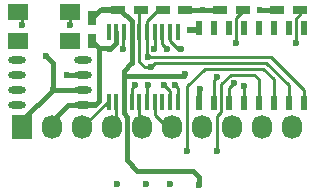
<source format=gbr>
G04 #@! TF.FileFunction,Copper,L1,Top,Signal*
%FSLAX46Y46*%
G04 Gerber Fmt 4.6, Leading zero omitted, Abs format (unit mm)*
G04 Created by KiCad (PCBNEW (2015-04-09 BZR 5589)-product) date Monday, June 29, 2015 'PMt' 04:43:36 PM*
%MOMM*%
G01*
G04 APERTURE LIST*
%ADD10C,0.100000*%
%ADD11R,0.750000X1.200000*%
%ADD12R,1.200000X0.750000*%
%ADD13R,0.450000X1.450000*%
%ADD14R,1.727200X2.032000*%
%ADD15O,1.727200X2.032000*%
%ADD16R,0.508000X1.143000*%
%ADD17O,1.473200X0.609600*%
%ADD18R,1.800860X1.399540*%
%ADD19C,0.600000*%
%ADD20C,0.400000*%
%ADD21C,0.508000*%
%ADD22C,0.250000*%
G04 APERTURE END LIST*
D10*
D11*
X161798000Y-107757000D03*
X161798000Y-105857000D03*
D12*
X179385000Y-105156000D03*
X177485000Y-105156000D03*
X174559000Y-105156000D03*
X172659000Y-105156000D03*
X169700000Y-105150000D03*
X167800000Y-105150000D03*
X164000000Y-105150000D03*
X165900000Y-105150000D03*
D13*
X169041000Y-107032000D03*
X168391000Y-107032000D03*
X167741000Y-107032000D03*
X167091000Y-107032000D03*
X166441000Y-107032000D03*
X165791000Y-107032000D03*
X165141000Y-107032000D03*
X164491000Y-107032000D03*
X163841000Y-107032000D03*
X163191000Y-107032000D03*
X163191000Y-112932000D03*
X163841000Y-112932000D03*
X164491000Y-112932000D03*
X165141000Y-112932000D03*
X165791000Y-112932000D03*
X166441000Y-112932000D03*
X167091000Y-112932000D03*
X167741000Y-112932000D03*
X168391000Y-112932000D03*
X169041000Y-112932000D03*
D14*
X155892500Y-115062000D03*
D15*
X158432500Y-115062000D03*
X160972500Y-115062000D03*
X163512500Y-115062000D03*
X166052500Y-115062000D03*
X168592500Y-115062000D03*
X171132500Y-115062000D03*
X173672500Y-115062000D03*
X176212500Y-115062000D03*
X178752500Y-115062000D03*
D16*
X170815000Y-106680000D03*
X173355000Y-106680000D03*
X174625000Y-106680000D03*
X175895000Y-106680000D03*
X177165000Y-106680000D03*
X178435000Y-106680000D03*
X179705000Y-106680000D03*
X179705000Y-113030000D03*
X178435000Y-113030000D03*
X177165000Y-113030000D03*
X175895000Y-113030000D03*
X174625000Y-113030000D03*
X173355000Y-113030000D03*
X172085000Y-113030000D03*
X170815000Y-113030000D03*
X172085000Y-106680000D03*
D17*
X161036000Y-113157000D03*
X161036000Y-111887000D03*
X161036000Y-110617000D03*
X161036000Y-109347000D03*
X155448000Y-109347000D03*
X155448000Y-110617000D03*
X155448000Y-111887000D03*
X155448000Y-113157000D03*
D18*
X159933640Y-105354120D03*
X155534360Y-105354120D03*
X155534360Y-107751880D03*
X159933640Y-107751880D03*
D19*
X163322000Y-108458000D03*
X170053000Y-106807000D03*
X170878812Y-119950892D03*
X162814000Y-105156000D03*
X171196000Y-105156000D03*
X176022000Y-105156000D03*
X157861000Y-109029500D03*
X158496000Y-111887000D03*
X170900000Y-111800000D03*
X169700000Y-110600000D03*
X167068500Y-108458000D03*
X174625000Y-111569500D03*
X179070000Y-107950000D03*
X164401500Y-108458000D03*
X173990000Y-107950000D03*
X159893000Y-106426000D03*
X166497000Y-109093000D03*
X155829000Y-106426000D03*
X166751000Y-109982000D03*
X169291000Y-108458000D03*
X172400000Y-110800000D03*
X168148000Y-108458000D03*
X173800000Y-111300000D03*
X165417500Y-111506000D03*
X166497000Y-111506000D03*
X167894000Y-111506000D03*
X168783000Y-111506000D03*
X168384220Y-119888000D03*
X172402500Y-117094000D03*
X166387780Y-119888000D03*
X166370000Y-119888000D03*
X169862500Y-117094000D03*
X163888420Y-119888000D03*
X159639000Y-110617000D03*
D20*
X162369500Y-108331000D02*
X163195000Y-108331000D01*
X163195000Y-108331000D02*
X163322000Y-108458000D01*
X162369500Y-112014000D02*
X162369500Y-108331000D01*
X162369500Y-108331000D02*
X162369500Y-108328500D01*
D21*
X161036000Y-113157000D02*
X162058668Y-113157000D01*
D20*
X162369500Y-112846168D02*
X162058668Y-113157000D01*
X162369500Y-112014000D02*
X162369500Y-112846168D01*
X162369500Y-108328500D02*
X161798000Y-107757000D01*
X158432500Y-115062000D02*
X158432500Y-114515900D01*
X158432500Y-114515900D02*
X159791400Y-113157000D01*
X159791400Y-113157000D02*
X161036000Y-113157000D01*
X163841000Y-107939000D02*
X163841000Y-107032000D01*
X163322000Y-108458000D02*
X163841000Y-107939000D01*
D22*
X161798000Y-107757000D02*
X161986000Y-107757000D01*
X170688000Y-106807000D02*
X170815000Y-106680000D01*
D21*
X170688000Y-106807000D02*
X170053000Y-106807000D01*
D22*
X161417000Y-113157000D02*
X161036000Y-113157000D01*
D20*
X170878812Y-119950892D02*
X170878812Y-119316812D01*
X170307000Y-118745000D02*
X165608000Y-118745000D01*
X164491000Y-113881500D02*
X164782500Y-114173000D01*
X164782500Y-114173000D02*
X164782500Y-117856000D01*
X164782500Y-117856000D02*
X165608000Y-118745000D01*
X164491000Y-113881500D02*
X164491000Y-112932000D01*
X170878812Y-119316812D02*
X170307000Y-118745000D01*
X162814000Y-105156000D02*
X162499000Y-105156000D01*
X162499000Y-105156000D02*
X161798000Y-105857000D01*
X164000000Y-105150000D02*
X164200000Y-105150000D01*
X164200000Y-105150000D02*
X165141000Y-106091000D01*
X165141000Y-106091000D02*
X165141000Y-107032000D01*
X163642000Y-105156000D02*
X163703000Y-105156000D01*
X164491000Y-110700000D02*
X164491000Y-110273500D01*
X164491000Y-112932000D02*
X164491000Y-110700000D01*
X164491000Y-110273500D02*
X165122500Y-109642000D01*
D22*
X165141000Y-109642000D02*
X165122500Y-109642000D01*
X177485000Y-105222000D02*
X177485000Y-105156000D01*
D20*
X158496000Y-111887000D02*
X161036000Y-111887000D01*
X155892500Y-114490500D02*
X158496000Y-111887000D01*
X155892500Y-115062000D02*
X155892500Y-114490500D01*
D21*
X163642000Y-105156000D02*
X162814000Y-105156000D01*
D20*
X164084000Y-105156000D02*
X163642000Y-105156000D01*
X177485000Y-105156000D02*
X176022000Y-105156000D01*
X171196000Y-105156000D02*
X172659000Y-105156000D01*
X171196000Y-105156000D02*
X169352000Y-105156000D01*
X165141000Y-109642000D02*
X165141000Y-109134000D01*
X165141000Y-109134000D02*
X165141000Y-107032000D01*
X158496000Y-109664500D02*
X157861000Y-109029500D01*
X158496000Y-111887000D02*
X158496000Y-109664500D01*
X170815000Y-111885000D02*
X170900000Y-111800000D01*
D22*
X169700000Y-110600000D02*
X169600000Y-110700000D01*
D20*
X169600000Y-110700000D02*
X164491000Y-110700000D01*
X170815000Y-113030000D02*
X170815000Y-111885000D01*
D22*
X167068500Y-108458000D02*
X167091000Y-108435500D01*
X167091000Y-107032000D02*
X167091000Y-108435500D01*
X174625000Y-113030000D02*
X174625000Y-111569500D01*
X179070000Y-105854500D02*
X179385000Y-105539500D01*
X179070000Y-107950000D02*
X179070000Y-105854500D01*
X179385000Y-105539500D02*
X179385000Y-105156000D01*
X164401500Y-108458000D02*
X164401500Y-107121500D01*
X164401500Y-107121500D02*
X164491000Y-107032000D01*
X164401500Y-108458000D02*
X164427500Y-108432000D01*
X173990000Y-105791000D02*
X173990000Y-107950000D01*
X174559000Y-105222000D02*
X173990000Y-105791000D01*
X174559000Y-105156000D02*
X174559000Y-105222000D01*
X166441000Y-107032000D02*
X166441000Y-106059000D01*
X166441000Y-106059000D02*
X167350000Y-105150000D01*
X167350000Y-105150000D02*
X167800000Y-105150000D01*
X167576500Y-109093000D02*
X176911000Y-109093000D01*
X167513000Y-109093000D02*
X167576500Y-109093000D01*
X176911000Y-109093000D02*
X179705000Y-111887000D01*
X179705000Y-111887000D02*
X179705000Y-113030000D01*
X166687500Y-109093000D02*
X166497000Y-109093000D01*
X167576500Y-109093000D02*
X166687500Y-109093000D01*
X166441000Y-109037000D02*
X166497000Y-109093000D01*
X166441000Y-107032000D02*
X166441000Y-109037000D01*
X159893000Y-106426000D02*
X159933640Y-106385360D01*
X159933640Y-105354120D02*
X159933640Y-106385360D01*
X165791000Y-105405000D02*
X165542000Y-105156000D01*
X165791000Y-107032000D02*
X165791000Y-105405000D01*
X176530000Y-109601000D02*
X178435000Y-111506000D01*
X178435000Y-113030000D02*
X178435000Y-111506000D01*
X166751000Y-109982000D02*
X167132000Y-109601000D01*
X165791000Y-109530000D02*
X166243000Y-109982000D01*
X166243000Y-109982000D02*
X166751000Y-109982000D01*
X165791000Y-107032000D02*
X165791000Y-108895000D01*
X165791000Y-108895000D02*
X165791000Y-109530000D01*
X155829000Y-106426000D02*
X155915360Y-106339640D01*
X167132000Y-109601000D02*
X176530000Y-109601000D01*
X155829000Y-105648760D02*
X155534360Y-105354120D01*
X155829000Y-106426000D02*
X155829000Y-105648760D01*
X168391000Y-107032000D02*
X168391000Y-107812000D01*
X169037000Y-108458000D02*
X169291000Y-108458000D01*
X168391000Y-107812000D02*
X169037000Y-108458000D01*
X172085000Y-111115000D02*
X172400000Y-110800000D01*
X172085000Y-113030000D02*
X172085000Y-111115000D01*
X167741000Y-107032000D02*
X167741000Y-108051000D01*
X167741000Y-108051000D02*
X168148000Y-108458000D01*
X173355000Y-113030000D02*
X173355000Y-111745000D01*
X173355000Y-111745000D02*
X173800000Y-111300000D01*
X163102500Y-112932000D02*
X160972500Y-115062000D01*
X163191000Y-112932000D02*
X163102500Y-112932000D01*
X163841000Y-114733500D02*
X163512500Y-115062000D01*
X163841000Y-112932000D02*
X163841000Y-114733500D01*
X165141000Y-112932000D02*
X165141000Y-111782500D01*
X165141000Y-111782500D02*
X165417500Y-111506000D01*
X165458500Y-111547000D02*
X165417500Y-111506000D01*
X165791000Y-114800500D02*
X166052500Y-115062000D01*
X165791000Y-112932000D02*
X165791000Y-114800500D01*
X166441000Y-111562000D02*
X166441000Y-112932000D01*
X166497000Y-111506000D02*
X166441000Y-111562000D01*
X168148000Y-115062000D02*
X168592500Y-115062000D01*
X167091000Y-114005000D02*
X168148000Y-115062000D01*
X167091000Y-112932000D02*
X167091000Y-114005000D01*
X167894000Y-111506000D02*
X167883000Y-111517000D01*
X168391000Y-112003000D02*
X167894000Y-111506000D01*
X168391000Y-112932000D02*
X168391000Y-112003000D01*
X169041000Y-111764000D02*
X168783000Y-111506000D01*
X169041000Y-112932000D02*
X169041000Y-111764000D01*
X175895000Y-110998000D02*
X175895000Y-113030000D01*
X175514000Y-110617000D02*
X175895000Y-110998000D01*
X173562701Y-110619561D02*
X175514000Y-110617000D01*
X172700000Y-111400000D02*
X173562701Y-110619561D01*
X172720000Y-113792000D02*
X172700000Y-111400000D01*
X172402500Y-114109500D02*
X172720000Y-113792000D01*
X172402500Y-117094000D02*
X172402500Y-114109500D01*
X175895000Y-113030000D02*
X175895000Y-113284000D01*
X177165000Y-113030000D02*
X177165000Y-111003502D01*
X169862500Y-111569500D02*
X169862500Y-117094000D01*
X171323000Y-110109000D02*
X169862500Y-111569500D01*
X176270498Y-110109000D02*
X171323000Y-110109000D01*
X177165000Y-111003502D02*
X176270498Y-110109000D01*
D20*
X159639000Y-110617000D02*
X161036000Y-110617000D01*
M02*

</source>
